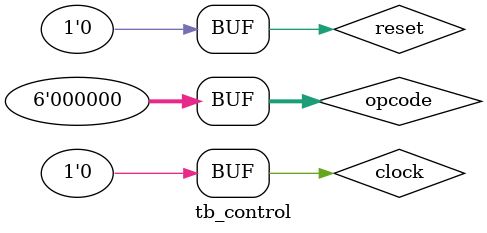
<source format=v>
`include "control.v"
`default_nettype none

module tb_control;

	// Inputs
	reg [5:0] opcode;
	reg clock;
	reg reset;

	// Outputs
	wire PCWriteCond;
	wire PCWrite;
	wire MemWrite;
	wire MemtoReg;
	wire IRWrite;
	wire [1:0] PCSource;
	wire [1:0] ALUOp;
	wire [1:0] ALUSrcA;
	wire [1:0] ALUSrcB;
	wire RegWrite;
	wire Instr26;
	wire RegSelect1;
	wire [1:0] RegSelect2;

Control uut(
		.opcode(opcode), 
		.clock(clock), 
		.reset(reset), 
		.PCWriteCond(PCWriteCond), 
		.PCWrite(PCWrite), 
		.MemWrite(MemWrite), 
		.MemtoReg(MemtoReg), 
		.IRWrite(IRWrite), 
		.PCSource(PCSource), 
		.ALUOp(ALUOp), 
		.ALUSrcA(ALUSrcA), 
		.ALUSrcB(ALUSrcB), 
		.RegWrite(RegWrite), 
		.Instr26(Instr26), 
		.RegSelect1(RegSelect1), 
		.RegSelect2(RegSelect2)
);

localparam CLK_PERIOD = 10;


initial begin
	$dumpfile("tb_control.vcd");
	$dumpvars(0, tb_control);
end

initial begin
		// Initialize Inputs
		opcode = 0;
		clock = 0;
		reset = 1;

		// Wait 100 ns for global reset to finish
		#100;
        
		// One test for each branch coming out of stage 1
		
		// J
		reset = 0;
		opcode = 6'b00001;
		
		// BNE
		#100
		opcode = 6'b100001;
		
		// BEQ
		#100
		opcode = 6'b100000;
		
		// BLT
		#100
		opcode = 6'b100010; 
		
		// ADDI
		#100
		opcode = 6'b110010;
		
		// LUI
		#100
		opcode = 6'b111010; 
		
		// AND
		#100
		opcode = 6'b010101;
		
		// SWI
		#100 
		opcode = 6'b111100;
		
		// SW
		#100
		opcode = 6'b111110;
		
		// LWI
		#100
		opcode = 6'b111011;
		
		// LW
		#100
		opcode = 6'b111101;		

		// NOOP
		#100
		opcode = 6'b000000;

	end
      
endmodule
</source>
